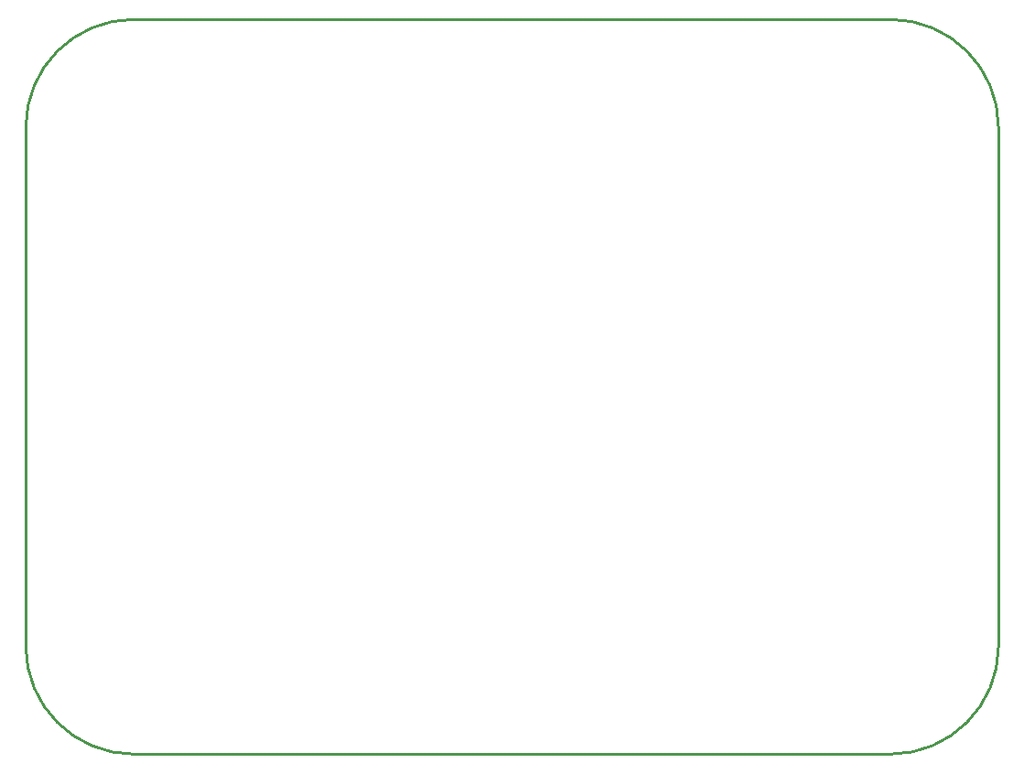
<source format=gko>
G04 Layer: BoardOutlineLayer*
G04 EasyEDA v6.5.22, 2022-12-08 11:34:22*
G04 ba10e971585544e28f5e26b8275f6fe8,362fd913e7484c3682bebf37a00ceee6,10*
G04 Gerber Generator version 0.2*
G04 Scale: 100 percent, Rotated: No, Reflected: No *
G04 Dimensions in millimeters *
G04 leading zeros omitted , absolute positions ,4 integer and 5 decimal *
%FSLAX45Y45*%
%MOMM*%

%ADD10C,0.2540*%
D10*
X19000000Y8600000D02*
G01*
X19000000Y3800000D01*
X10000000Y3800000D02*
G01*
X10000000Y8600000D01*
X17999999Y2799999D02*
G01*
X11000000Y2799999D01*
X11000000Y9600001D02*
G01*
X17999999Y9600001D01*
G75*
G01*
X18000000Y9600001D02*
G02*
X19000000Y8600001I0J-1000000D01*
G75*
G01*
X19000000Y3800000D02*
G02*
X18000000Y2799999I-1000000J0D01*
G75*
G01*
X11000001Y2799999D02*
G02*
X10000000Y3800000I0J1000001D01*
G75*
G01*
X10000000Y8600001D02*
G02*
X11000001Y9600001I1000001J0D01*

%LPD*%
M02*

</source>
